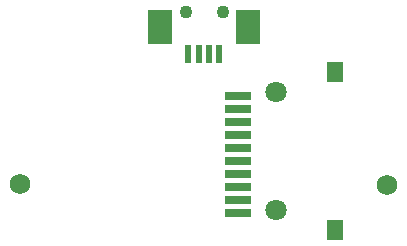
<source format=gbr>
%TF.GenerationSoftware,KiCad,Pcbnew,(6.0.2)*%
%TF.CreationDate,2022-11-02T20:30:41-05:00*%
%TF.ProjectId,REF1845B,52454631-3834-4354-922e-6b696361645f,rev?*%
%TF.SameCoordinates,Original*%
%TF.FileFunction,Soldermask,Bot*%
%TF.FilePolarity,Negative*%
%FSLAX46Y46*%
G04 Gerber Fmt 4.6, Leading zero omitted, Abs format (unit mm)*
G04 Created by KiCad (PCBNEW (6.0.2)) date 2022-11-02 20:30:41*
%MOMM*%
%LPD*%
G01*
G04 APERTURE LIST*
%ADD10R,2.250000X0.800000*%
%ADD11R,1.400000X1.800000*%
%ADD12C,1.800000*%
%ADD13C,1.750000*%
%ADD14R,2.000000X3.000000*%
%ADD15R,0.550000X1.630000*%
%ADD16C,1.100000*%
G04 APERTURE END LIST*
D10*
%TO.C,J3*%
X153774000Y-78721000D03*
X153774000Y-79821000D03*
X153774000Y-80921000D03*
X153774000Y-82021000D03*
X153774000Y-83121000D03*
X153774000Y-84221000D03*
X153774000Y-85321000D03*
X153774000Y-86421000D03*
X153774000Y-87521000D03*
X153774000Y-88621000D03*
D11*
X161987000Y-90048000D03*
X161993000Y-76743000D03*
D12*
X156999000Y-88375000D03*
X156999000Y-78441000D03*
%TD*%
D13*
%TO.C,H2*%
X166440000Y-86252000D03*
%TD*%
%TO.C,H1*%
X135356000Y-86210000D03*
%TD*%
D14*
%TO.C,J2*%
X147221000Y-72875200D03*
X154645000Y-72877200D03*
D15*
X152182000Y-75215200D03*
X151348000Y-75220200D03*
X150478000Y-75220200D03*
X149604000Y-75219200D03*
D16*
X149446835Y-71650800D03*
X152509000Y-71653200D03*
%TD*%
M02*

</source>
